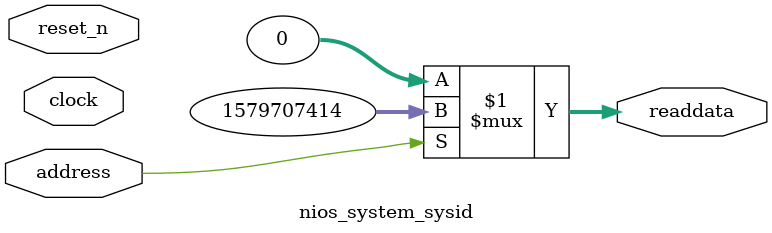
<source format=v>

`timescale 1ns / 1ps
// synthesis translate_on

// turn off superfluous verilog processor warnings 
// altera message_level Level1 
// altera message_off 10034 10035 10036 10037 10230 10240 10030 

module nios_system_sysid (
               // inputs:
                address,
                clock,
                reset_n,

               // outputs:
                readdata
             )
;

  output  [ 31: 0] readdata;
  input            address;
  input            clock;
  input            reset_n;

  wire    [ 31: 0] readdata;
  //control_slave, which is an e_avalon_slave
  assign readdata = address ? 1579707414 : 0;

endmodule




</source>
